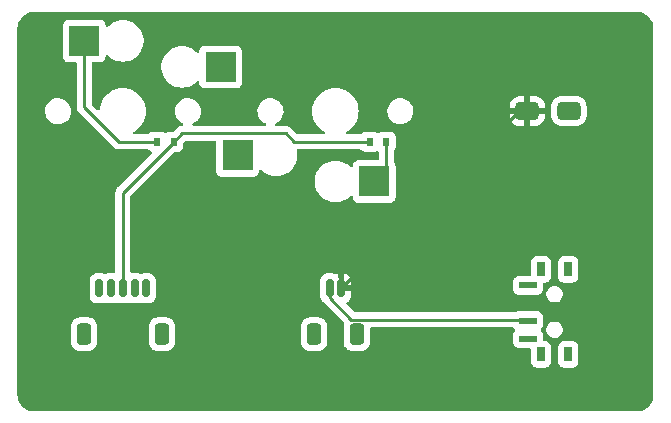
<source format=gbr>
%TF.GenerationSoftware,KiCad,Pcbnew,(7.0.0-0)*%
%TF.CreationDate,2023-02-20T17:02:08+08:00*%
%TF.ProjectId,test,74657374-2e6b-4696-9361-645f70636258,v1.0.0*%
%TF.SameCoordinates,Original*%
%TF.FileFunction,Copper,L2,Bot*%
%TF.FilePolarity,Positive*%
%FSLAX46Y46*%
G04 Gerber Fmt 4.6, Leading zero omitted, Abs format (unit mm)*
G04 Created by KiCad (PCBNEW (7.0.0-0)) date 2023-02-20 17:02:08*
%MOMM*%
%LPD*%
G01*
G04 APERTURE LIST*
G04 Aperture macros list*
%AMRoundRect*
0 Rectangle with rounded corners*
0 $1 Rounding radius*
0 $2 $3 $4 $5 $6 $7 $8 $9 X,Y pos of 4 corners*
0 Add a 4 corners polygon primitive as box body*
4,1,4,$2,$3,$4,$5,$6,$7,$8,$9,$2,$3,0*
0 Add four circle primitives for the rounded corners*
1,1,$1+$1,$2,$3*
1,1,$1+$1,$4,$5*
1,1,$1+$1,$6,$7*
1,1,$1+$1,$8,$9*
0 Add four rect primitives between the rounded corners*
20,1,$1+$1,$2,$3,$4,$5,0*
20,1,$1+$1,$4,$5,$6,$7,0*
20,1,$1+$1,$6,$7,$8,$9,0*
20,1,$1+$1,$8,$9,$2,$3,0*%
G04 Aperture macros list end*
%TA.AperFunction,SMDPad,CuDef*%
%ADD10R,2.600000X2.600000*%
%TD*%
%TA.AperFunction,ComponentPad*%
%ADD11C,0.600000*%
%TD*%
%TA.AperFunction,SMDPad,CuDef*%
%ADD12R,0.600000X0.700000*%
%TD*%
%TA.AperFunction,SMDPad,CuDef*%
%ADD13RoundRect,0.150000X0.150000X0.625000X-0.150000X0.625000X-0.150000X-0.625000X0.150000X-0.625000X0*%
%TD*%
%TA.AperFunction,SMDPad,CuDef*%
%ADD14RoundRect,0.250000X0.350000X0.650000X-0.350000X0.650000X-0.350000X-0.650000X0.350000X-0.650000X0*%
%TD*%
%TA.AperFunction,SMDPad,CuDef*%
%ADD15R,1.524000X0.600000*%
%TD*%
%TA.AperFunction,SMDPad,CuDef*%
%ADD16R,0.700000X1.200000*%
%TD*%
%TA.AperFunction,SMDPad,CuDef*%
%ADD17RoundRect,0.381000X-0.619000X-0.381000X0.619000X-0.381000X0.619000X0.381000X-0.619000X0.381000X0*%
%TD*%
%TA.AperFunction,SMDPad,CuDef*%
%ADD18RoundRect,0.378000X-0.622000X-0.378000X0.622000X-0.378000X0.622000X0.378000X-0.622000X0.378000X0*%
%TD*%
%TA.AperFunction,Conductor*%
%ADD19C,0.250000*%
%TD*%
G04 APERTURE END LIST*
D10*
%TO.P,S1,1*%
%TO.N,C0R0D*%
X-3274999Y22949999D03*
%TO.P,S1,2*%
%TO.N,C0*%
X8274999Y20749999D03*
D11*
%TO.P,S1,3*%
%TO.N,C0R0D*%
X-3275000Y22950000D03*
%TO.P,S1,4*%
%TO.N,C0*%
X8275000Y20750000D03*
%TD*%
D12*
%TO.P,D1,1*%
%TO.N,R0*%
X4299999Y14399999D03*
%TO.P,D1,2*%
%TO.N,C0R0D*%
X2899999Y14399999D03*
%TD*%
D10*
%TO.P,S2,1*%
%TO.N,C1R0D*%
X21274999Y11049999D03*
%TO.P,S2,2*%
%TO.N,C1*%
X9724999Y13249999D03*
D11*
%TO.P,S2,3*%
%TO.N,C1R0D*%
X21275000Y11050000D03*
%TO.P,S2,4*%
%TO.N,C1*%
X9725000Y13250000D03*
%TD*%
D12*
%TO.P,D2,1*%
%TO.N,R0*%
X20899999Y14399999D03*
%TO.P,D2,2*%
%TO.N,C1R0D*%
X22299999Y14399999D03*
%TD*%
D13*
%TO.P,JC1,5*%
%TO.N,R2*%
X-2000000Y2000000D03*
%TO.P,JC1,4*%
%TO.N,R1*%
X-1000000Y2000000D03*
%TO.P,JC1,3*%
%TO.N,R0*%
X0Y2000000D03*
%TO.P,JC1,2*%
%TO.N,C6*%
X1000000Y2000000D03*
%TO.P,JC1,1*%
%TO.N,C5*%
X2000000Y2000000D03*
D14*
%TO.P,JC1,MP*%
%TO.N,N/C*%
X3300000Y-1875000D03*
X-3300000Y-1875000D03*
%TD*%
D13*
%TO.P,JB1,2*%
%TO.N,BSLI*%
X17500000Y2000000D03*
%TO.P,JB1,1*%
%TO.N,GND*%
X18500000Y2000000D03*
D14*
%TO.P,JB1,MP*%
%TO.N,N/C*%
X16200000Y-1875000D03*
X19800000Y-1875000D03*
%TD*%
D15*
%TO.P,SS1,1*%
%TO.N,RAW*%
X34299999Y2249999D03*
%TO.P,SS1,2*%
%TO.N,BSLI*%
X34299999Y-749999D03*
%TO.P,SS1,3*%
%TO.N,three*%
X34299999Y-2249999D03*
D16*
%TO.P,SS1,4*%
%TO.N,N/C*%
X35399999Y-3599999D03*
X37699999Y-3599999D03*
X35399999Y3599999D03*
X37699999Y3599999D03*
%TD*%
D17*
%TO.P,SB1,1*%
%TO.N,GND*%
X34250000Y17000000D03*
D18*
%TO.P,SB1,2*%
%TO.N,RST*%
X37750000Y17000000D03*
%TD*%
D19*
%TO.N,C0R0D*%
X-354999Y14400000D02*
X-3275000Y17320001D01*
X2900000Y14400000D02*
X-354999Y14400000D01*
X-3275000Y17320001D02*
X-3275000Y22950000D01*
%TO.N,R0*%
X14501650Y14400000D02*
X13776650Y15125000D01*
X5025000Y15125000D02*
X4300000Y14400000D01*
X13776650Y15125000D02*
X5025000Y15125000D01*
X20900000Y14400000D02*
X14501650Y14400000D01*
X0Y2000000D02*
X0Y10100000D01*
X0Y10100000D02*
X4300000Y14400000D01*
%TO.N,C1R0D*%
X22300000Y14400000D02*
X22300000Y12075000D01*
X22300000Y12075000D02*
X21275000Y11050000D01*
%TO.N,BSLI*%
X17500000Y2000000D02*
X17500000Y1200000D01*
X17500000Y1200000D02*
X19350000Y-650000D01*
X33725000Y-650000D02*
X33825000Y-750000D01*
X19350000Y-650000D02*
X33725000Y-650000D01*
%TO.N,GND*%
X18500000Y2000000D02*
X33500000Y17000000D01*
X34250000Y17000000D02*
X33500000Y17000000D01*
%TD*%
%TA.AperFunction,Conductor*%
%TO.N,GND*%
G36*
X43504854Y25424118D02*
G01*
X43713113Y25407727D01*
X43732331Y25404683D01*
X43930705Y25357058D01*
X43949211Y25351045D01*
X44137694Y25272972D01*
X44155031Y25264139D01*
X44328981Y25157543D01*
X44344722Y25146106D01*
X44499859Y25013606D01*
X44513606Y24999859D01*
X44641029Y24850665D01*
X44646106Y24844722D01*
X44657543Y24828981D01*
X44764139Y24655031D01*
X44772972Y24637694D01*
X44851045Y24449211D01*
X44857058Y24430705D01*
X44904683Y24232331D01*
X44907727Y24213113D01*
X44924118Y24004854D01*
X44924500Y23995125D01*
X44924500Y-6995125D01*
X44924118Y-7004854D01*
X44907727Y-7213113D01*
X44904683Y-7232331D01*
X44857058Y-7430705D01*
X44851045Y-7449211D01*
X44772972Y-7637694D01*
X44764139Y-7655031D01*
X44657543Y-7828981D01*
X44646105Y-7844722D01*
X44513606Y-7999859D01*
X44499859Y-8013606D01*
X44350665Y-8141029D01*
X44344722Y-8146106D01*
X44328981Y-8157543D01*
X44155031Y-8264139D01*
X44137694Y-8272972D01*
X43949211Y-8351045D01*
X43930705Y-8357058D01*
X43732331Y-8404683D01*
X43713113Y-8407727D01*
X43504854Y-8424118D01*
X43495125Y-8424500D01*
X-7495125Y-8424500D01*
X-7504854Y-8424118D01*
X-7713113Y-8407727D01*
X-7732331Y-8404683D01*
X-7930705Y-8357058D01*
X-7949211Y-8351045D01*
X-8137694Y-8272972D01*
X-8155031Y-8264138D01*
X-8328977Y-8157543D01*
X-8344719Y-8146106D01*
X-8499852Y-8013610D01*
X-8513610Y-7999852D01*
X-8646106Y-7844719D01*
X-8657543Y-7828977D01*
X-8764138Y-7655031D01*
X-8772972Y-7637694D01*
X-8851045Y-7449211D01*
X-8857058Y-7430705D01*
X-8904683Y-7232331D01*
X-8907727Y-7213113D01*
X-8924118Y-7004854D01*
X-8924500Y-6995125D01*
X-8924500Y-1174455D01*
X-4408500Y-1174455D01*
X-4408499Y-2575544D01*
X-4397887Y-2679426D01*
X-4342115Y-2847738D01*
X-4249030Y-2998652D01*
X-4123652Y-3124030D01*
X-3972738Y-3217115D01*
X-3804426Y-3272887D01*
X-3700545Y-3283500D01*
X-2899456Y-3283499D01*
X-2795574Y-3272887D01*
X-2627262Y-3217115D01*
X-2621114Y-3213323D01*
X-2621112Y-3213322D01*
X-2575419Y-3185137D01*
X-2476348Y-3124030D01*
X-2350970Y-2998652D01*
X-2318992Y-2946809D01*
X-2261677Y-2853887D01*
X-2261674Y-2853881D01*
X-2257885Y-2847738D01*
X-2255612Y-2840880D01*
X-2255611Y-2840877D01*
X-2204241Y-2685850D01*
X-2204239Y-2685844D01*
X-2202113Y-2679426D01*
X-2201424Y-2672686D01*
X-2191819Y-2578674D01*
X-2191818Y-2578660D01*
X-2191500Y-2575545D01*
X-2191500Y-2572414D01*
X2191500Y-2572414D01*
X2191501Y-2575544D01*
X2191819Y-2578657D01*
X2191820Y-2578676D01*
X2201424Y-2672686D01*
X2202113Y-2679426D01*
X2204244Y-2685857D01*
X2255611Y-2840877D01*
X2255612Y-2840880D01*
X2257885Y-2847738D01*
X2261674Y-2853881D01*
X2261677Y-2853887D01*
X2318992Y-2946809D01*
X2350970Y-2998652D01*
X2476348Y-3124030D01*
X2575419Y-3185137D01*
X2621112Y-3213322D01*
X2621114Y-3213323D01*
X2627262Y-3217115D01*
X2795574Y-3272887D01*
X2899455Y-3283500D01*
X3700544Y-3283499D01*
X3804426Y-3272887D01*
X3972738Y-3217115D01*
X4123652Y-3124030D01*
X4249030Y-2998652D01*
X4342115Y-2847738D01*
X4397887Y-2679426D01*
X4408500Y-2575545D01*
X4408500Y-2572414D01*
X15091500Y-2572414D01*
X15091501Y-2575544D01*
X15091819Y-2578657D01*
X15091820Y-2578676D01*
X15101424Y-2672686D01*
X15102113Y-2679426D01*
X15104244Y-2685857D01*
X15155611Y-2840877D01*
X15155612Y-2840880D01*
X15157885Y-2847738D01*
X15161674Y-2853881D01*
X15161677Y-2853887D01*
X15218992Y-2946809D01*
X15250970Y-2998652D01*
X15376348Y-3124030D01*
X15475419Y-3185137D01*
X15521112Y-3213322D01*
X15521114Y-3213323D01*
X15527262Y-3217115D01*
X15695574Y-3272887D01*
X15799455Y-3283500D01*
X16600544Y-3283499D01*
X16704426Y-3272887D01*
X16872738Y-3217115D01*
X17023652Y-3124030D01*
X17149030Y-2998652D01*
X17242115Y-2847738D01*
X17297887Y-2679426D01*
X17308500Y-2575545D01*
X17308499Y-1174456D01*
X17307682Y-1166463D01*
X17306153Y-1151494D01*
X17297887Y-1070574D01*
X17242115Y-902262D01*
X17232628Y-886882D01*
X17189845Y-817520D01*
X17149030Y-751348D01*
X17023652Y-625970D01*
X16971809Y-593992D01*
X16878887Y-536677D01*
X16878881Y-536674D01*
X16872738Y-532885D01*
X16865880Y-530612D01*
X16865877Y-530611D01*
X16710850Y-479241D01*
X16710844Y-479239D01*
X16704426Y-477113D01*
X16697696Y-476425D01*
X16697694Y-476425D01*
X16603674Y-466819D01*
X16603660Y-466818D01*
X16600545Y-466500D01*
X16597397Y-466500D01*
X15802604Y-466500D01*
X15802584Y-466500D01*
X15799456Y-466501D01*
X15796343Y-466818D01*
X15796323Y-466820D01*
X15702313Y-476424D01*
X15702307Y-476425D01*
X15695574Y-477113D01*
X15689144Y-479243D01*
X15689142Y-479244D01*
X15534122Y-530611D01*
X15534115Y-530613D01*
X15527262Y-532885D01*
X15521121Y-536672D01*
X15521112Y-536677D01*
X15382497Y-622177D01*
X15376348Y-625970D01*
X15371240Y-631077D01*
X15371236Y-631081D01*
X15256081Y-746236D01*
X15256077Y-746240D01*
X15250970Y-751348D01*
X15247178Y-757495D01*
X15247177Y-757497D01*
X15161677Y-896112D01*
X15161672Y-896121D01*
X15157885Y-902262D01*
X15155613Y-909115D01*
X15155611Y-909122D01*
X15104241Y-1064149D01*
X15104241Y-1064151D01*
X15102113Y-1070574D01*
X15101425Y-1077302D01*
X15101425Y-1077305D01*
X15091819Y-1171325D01*
X15091818Y-1171340D01*
X15091500Y-1174455D01*
X15091500Y-1177601D01*
X15091500Y-1177602D01*
X15091500Y-2572395D01*
X15091500Y-2572414D01*
X4408500Y-2572414D01*
X4408499Y-1174456D01*
X4407682Y-1166463D01*
X4406153Y-1151494D01*
X4397887Y-1070574D01*
X4342115Y-902262D01*
X4332628Y-886882D01*
X4289845Y-817520D01*
X4249030Y-751348D01*
X4123652Y-625970D01*
X4071809Y-593992D01*
X3978887Y-536677D01*
X3978881Y-536674D01*
X3972738Y-532885D01*
X3965880Y-530612D01*
X3965877Y-530611D01*
X3810850Y-479241D01*
X3810844Y-479239D01*
X3804426Y-477113D01*
X3797696Y-476425D01*
X3797694Y-476425D01*
X3703674Y-466819D01*
X3703660Y-466818D01*
X3700545Y-466500D01*
X3697397Y-466500D01*
X2902604Y-466500D01*
X2902584Y-466500D01*
X2899456Y-466501D01*
X2896343Y-466818D01*
X2896323Y-466820D01*
X2802313Y-476424D01*
X2802307Y-476425D01*
X2795574Y-477113D01*
X2789144Y-479243D01*
X2789142Y-479244D01*
X2634122Y-530611D01*
X2634115Y-530613D01*
X2627262Y-532885D01*
X2621121Y-536672D01*
X2621112Y-536677D01*
X2482497Y-622177D01*
X2476348Y-625970D01*
X2471240Y-631077D01*
X2471236Y-631081D01*
X2356081Y-746236D01*
X2356077Y-746240D01*
X2350970Y-751348D01*
X2347178Y-757495D01*
X2347177Y-757497D01*
X2261677Y-896112D01*
X2261672Y-896121D01*
X2257885Y-902262D01*
X2255613Y-909115D01*
X2255611Y-909122D01*
X2204241Y-1064149D01*
X2204241Y-1064151D01*
X2202113Y-1070574D01*
X2201425Y-1077302D01*
X2201425Y-1077305D01*
X2191819Y-1171325D01*
X2191818Y-1171340D01*
X2191500Y-1174455D01*
X2191500Y-1177601D01*
X2191500Y-1177602D01*
X2191500Y-2572395D01*
X2191500Y-2572414D01*
X-2191500Y-2572414D01*
X-2191500Y-1894208D01*
X-2191500Y-1177604D01*
X-2191500Y-1177584D01*
X-2191501Y-1174456D01*
X-2191818Y-1171343D01*
X-2191820Y-1171323D01*
X-2201424Y-1077313D01*
X-2201425Y-1077307D01*
X-2202113Y-1070574D01*
X-2204244Y-1064142D01*
X-2255611Y-909122D01*
X-2255613Y-909115D01*
X-2257885Y-902262D01*
X-2261672Y-896121D01*
X-2261677Y-896112D01*
X-2347177Y-757497D01*
X-2347178Y-757495D01*
X-2350970Y-751348D01*
X-2356077Y-746240D01*
X-2356081Y-746236D01*
X-2471236Y-631081D01*
X-2471240Y-631077D01*
X-2476348Y-625970D01*
X-2482497Y-622177D01*
X-2621112Y-536677D01*
X-2621121Y-536672D01*
X-2627262Y-532885D01*
X-2634115Y-530613D01*
X-2634122Y-530611D01*
X-2789149Y-479241D01*
X-2789157Y-479239D01*
X-2795574Y-477113D01*
X-2802302Y-476425D01*
X-2802305Y-476425D01*
X-2896325Y-466819D01*
X-2896340Y-466818D01*
X-2899455Y-466500D01*
X-2902601Y-466500D01*
X-2902602Y-466500D01*
X-3697395Y-466500D01*
X-3697414Y-466500D01*
X-3700544Y-466501D01*
X-3703657Y-466819D01*
X-3703676Y-466820D01*
X-3797686Y-476424D01*
X-3797690Y-476424D01*
X-3804426Y-477113D01*
X-3810857Y-479244D01*
X-3965877Y-530611D01*
X-3965880Y-530612D01*
X-3972738Y-532885D01*
X-3978881Y-536674D01*
X-3978887Y-536677D01*
X-4071809Y-593992D01*
X-4123652Y-625970D01*
X-4249030Y-751348D01*
X-4289845Y-817520D01*
X-4332628Y-886882D01*
X-4342115Y-902262D01*
X-4397887Y-1070574D01*
X-4408500Y-1174455D01*
X-8924500Y-1174455D01*
X-8924500Y17052645D01*
X-6605157Y17052645D01*
X-6595148Y16842541D01*
X-6545558Y16638129D01*
X-6543102Y16632751D01*
X-6498580Y16535260D01*
X-6458179Y16446795D01*
X-6336169Y16275456D01*
X-6183937Y16130303D01*
X-6006986Y16016584D01*
X-5811712Y15938407D01*
X-5805908Y15937288D01*
X-5805907Y15937288D01*
X-5610968Y15899717D01*
X-5610965Y15899716D01*
X-5605171Y15898600D01*
X-5450486Y15898600D01*
X-5447532Y15898600D01*
X-5444603Y15898879D01*
X-5444596Y15898880D01*
X-5296491Y15913022D01*
X-5296485Y15913023D01*
X-5290611Y15913584D01*
X-5284943Y15915248D01*
X-5284939Y15915249D01*
X-5094454Y15971180D01*
X-5094448Y15971182D01*
X-5088789Y15972844D01*
X-5083544Y15975547D01*
X-5083539Y15975550D01*
X-4907079Y16066522D01*
X-4907071Y16066526D01*
X-4901830Y16069229D01*
X-4897187Y16072880D01*
X-4741135Y16195599D01*
X-4741128Y16195605D01*
X-4736490Y16199253D01*
X-4732626Y16203711D01*
X-4732621Y16203717D01*
X-4602611Y16353756D01*
X-4602605Y16353763D01*
X-4598745Y16358219D01*
X-4548652Y16444982D01*
X-4496530Y16535260D01*
X-4496527Y16535264D01*
X-4493574Y16540381D01*
X-4491643Y16545960D01*
X-4491639Y16545969D01*
X-4426709Y16733572D01*
X-4426706Y16733581D01*
X-4424778Y16739154D01*
X-4423938Y16744990D01*
X-4423937Y16744998D01*
X-4401404Y16901717D01*
X-4394843Y16947355D01*
X-4395123Y16953239D01*
X-4395123Y16953246D01*
X-4404571Y17151561D01*
X-4404852Y17157459D01*
X-4428516Y17255001D01*
X-4453049Y17356130D01*
X-4453049Y17356132D01*
X-4454442Y17361871D01*
X-4456895Y17367242D01*
X-4456897Y17367248D01*
X-4539363Y17547824D01*
X-4539365Y17547828D01*
X-4541821Y17553205D01*
X-4565399Y17586315D01*
X-4660400Y17719726D01*
X-4663831Y17724544D01*
X-4816063Y17869697D01*
X-4993014Y17983416D01*
X-5188288Y18061593D01*
X-5394829Y18101400D01*
X-5552468Y18101400D01*
X-5709389Y18086416D01*
X-5911211Y18027156D01*
X-6098170Y17930771D01*
X-6263510Y17800747D01*
X-6401255Y17641781D01*
X-6506426Y17459619D01*
X-6575222Y17260846D01*
X-6605157Y17052645D01*
X-8924500Y17052645D01*
X-8924500Y21601362D01*
X-5083500Y21601362D01*
X-5076989Y21540799D01*
X-5025889Y21403796D01*
X-4938261Y21286739D01*
X-4931164Y21281426D01*
X-4919347Y21272580D01*
X-4821204Y21199111D01*
X-4812896Y21196012D01*
X-4812894Y21196011D01*
X-4691463Y21150719D01*
X-4691458Y21150717D01*
X-4684201Y21148011D01*
X-4676497Y21147182D01*
X-4676494Y21147182D01*
X-4626924Y21141853D01*
X-4626918Y21141852D01*
X-4623638Y21141500D01*
X-4032500Y21141500D01*
X-3970500Y21124887D01*
X-3925113Y21079500D01*
X-3908500Y21017500D01*
X-3908500Y17398847D01*
X-3909031Y17387563D01*
X-3910702Y17380092D01*
X-3908561Y17311984D01*
X-3908500Y17308088D01*
X-3908500Y17280145D01*
X-3907982Y17276050D01*
X-3907064Y17264393D01*
X-3905673Y17220112D01*
X-3901551Y17205927D01*
X-3899979Y17200513D01*
X-3896032Y17181456D01*
X-3893474Y17161204D01*
X-3877159Y17119999D01*
X-3873379Y17108956D01*
X-3861018Y17066408D01*
X-3850619Y17048825D01*
X-3842070Y17031372D01*
X-3834552Y17012384D01*
X-3808503Y16976531D01*
X-3802098Y16966780D01*
X-3779542Y16928639D01*
X-3774024Y16923121D01*
X-3765107Y16914204D01*
X-3752470Y16899408D01*
X-3740472Y16882894D01*
X-3734460Y16877921D01*
X-3734457Y16877917D01*
X-3706325Y16854644D01*
X-3697685Y16846782D01*
X-858694Y14007790D01*
X-851102Y13999448D01*
X-846999Y13992982D01*
X-797315Y13946326D01*
X-794549Y13943645D01*
X-774769Y13923865D01*
X-771688Y13921474D01*
X-771686Y13921473D01*
X-771485Y13921317D01*
X-762623Y13913746D01*
X-736008Y13888754D01*
X-736002Y13888749D01*
X-730320Y13883414D01*
X-723487Y13879658D01*
X-723481Y13879653D01*
X-712428Y13873576D01*
X-696173Y13862899D01*
X-686208Y13855170D01*
X-686205Y13855168D01*
X-680040Y13850386D01*
X-672878Y13847287D01*
X-639375Y13832789D01*
X-628884Y13827649D01*
X-590059Y13806305D01*
X-582503Y13804365D01*
X-570285Y13801228D01*
X-551880Y13794926D01*
X-540308Y13789918D01*
X-540300Y13789915D01*
X-533144Y13786819D01*
X-525439Y13785598D01*
X-525437Y13785598D01*
X-489380Y13779887D01*
X-477954Y13777521D01*
X-435029Y13766500D01*
X-414614Y13766500D01*
X-395216Y13764973D01*
X-375056Y13761780D01*
X-367290Y13762514D01*
X-367287Y13762514D01*
X-330941Y13765950D01*
X-319272Y13766500D01*
X2114961Y13766500D01*
X2170465Y13753384D01*
X2214226Y13716812D01*
X2236739Y13686739D01*
X2243835Y13681426D01*
X2243836Y13681426D01*
X2346695Y13604426D01*
X2346698Y13604423D01*
X2353796Y13599111D01*
X2362104Y13596012D01*
X2369890Y13591761D01*
X2368494Y13589205D01*
X2405111Y13563733D01*
X2432516Y13508898D01*
X2430304Y13447637D01*
X2399018Y13394923D01*
X-392217Y10603686D01*
X-400552Y10596102D01*
X-407018Y10592000D01*
X-453691Y10542296D01*
X-456308Y10539595D01*
X-476135Y10519770D01*
X-478658Y10516517D01*
X-486251Y10507624D01*
X-516586Y10475321D01*
X-526423Y10457425D01*
X-537096Y10441177D01*
X-549614Y10425041D01*
X-567215Y10384364D01*
X-572348Y10373887D01*
X-593695Y10335060D01*
X-598774Y10315273D01*
X-605070Y10296885D01*
X-613181Y10278145D01*
X-620111Y10234385D01*
X-622481Y10222942D01*
X-633500Y10180030D01*
X-633500Y10172229D01*
X-633500Y10159615D01*
X-635027Y10140217D01*
X-638220Y10120057D01*
X-635709Y10093492D01*
X-634050Y10075942D01*
X-633500Y10064273D01*
X-633500Y3405838D01*
X-651772Y3341049D01*
X-701203Y3295354D01*
X-767226Y3282220D01*
X-781055Y3283308D01*
X-781062Y3283308D01*
X-783498Y3283500D01*
X-1216502Y3283500D01*
X-1253831Y3280562D01*
X-1413601Y3234145D01*
X-1436876Y3220379D01*
X-1500000Y3203110D01*
X-1563123Y3220379D01*
X-1586399Y3234145D01*
X-1746169Y3280562D01*
X-1783498Y3283500D01*
X-2216502Y3283500D01*
X-2253831Y3280562D01*
X-2413601Y3234145D01*
X-2556807Y3149453D01*
X-2674453Y3031807D01*
X-2759145Y2888601D01*
X-2805562Y2728831D01*
X-2808500Y2691502D01*
X-2808500Y1308498D01*
X-2805562Y1271169D01*
X-2759145Y1111399D01*
X-2674453Y968193D01*
X-2556807Y850547D01*
X-2550089Y846574D01*
X-2420318Y769827D01*
X-2420315Y769825D01*
X-2413601Y765855D01*
X-2406108Y763678D01*
X-2295600Y731572D01*
X-2253831Y719438D01*
X-2247521Y718941D01*
X-2247514Y718940D01*
X-2218936Y716691D01*
X-2218921Y716690D01*
X-2216502Y716500D01*
X-1785943Y716500D01*
X-1783498Y716500D01*
X-1781079Y716690D01*
X-1781063Y716691D01*
X-1752485Y718940D01*
X-1752476Y718941D01*
X-1746169Y719438D01*
X-1740088Y721204D01*
X-1740086Y721205D01*
X-1593888Y763679D01*
X-1593886Y763679D01*
X-1586399Y765855D01*
X-1579686Y769824D01*
X-1579681Y769827D01*
X-1563117Y779623D01*
X-1499999Y796889D01*
X-1436881Y779622D01*
X-1420321Y769828D01*
X-1420313Y769824D01*
X-1413601Y765855D01*
X-1406108Y763678D01*
X-1295600Y731572D01*
X-1253831Y719438D01*
X-1247521Y718941D01*
X-1247514Y718940D01*
X-1218936Y716691D01*
X-1218921Y716690D01*
X-1216502Y716500D01*
X-785943Y716500D01*
X-783498Y716500D01*
X-781079Y716690D01*
X-781063Y716691D01*
X-752485Y718940D01*
X-752476Y718941D01*
X-746169Y719438D01*
X-740088Y721204D01*
X-740086Y721205D01*
X-593891Y763678D01*
X-593888Y763679D01*
X-586399Y765855D01*
X-579689Y769823D01*
X-579678Y769828D01*
X-563119Y779622D01*
X-500000Y796889D01*
X-436881Y779622D01*
X-420321Y769828D01*
X-420313Y769824D01*
X-413601Y765855D01*
X-406108Y763678D01*
X-295600Y731572D01*
X-253831Y719438D01*
X-247521Y718941D01*
X-247514Y718940D01*
X-218936Y716691D01*
X-218921Y716690D01*
X-216502Y716500D01*
X214057Y716500D01*
X216502Y716500D01*
X218921Y716690D01*
X218936Y716691D01*
X247514Y718940D01*
X247521Y718941D01*
X253831Y719438D01*
X295600Y731572D01*
X406108Y763678D01*
X413601Y765855D01*
X420313Y769824D01*
X420321Y769828D01*
X436881Y779622D01*
X500000Y796889D01*
X563119Y779622D01*
X579678Y769828D01*
X579689Y769823D01*
X586399Y765855D01*
X593888Y763679D01*
X593891Y763678D01*
X740086Y721205D01*
X740088Y721204D01*
X746169Y719438D01*
X752476Y718941D01*
X752485Y718940D01*
X781063Y716691D01*
X781079Y716690D01*
X783498Y716500D01*
X1214057Y716500D01*
X1216502Y716500D01*
X1218921Y716690D01*
X1218936Y716691D01*
X1247514Y718940D01*
X1247521Y718941D01*
X1253831Y719438D01*
X1295600Y731572D01*
X1406108Y763678D01*
X1413601Y765855D01*
X1420313Y769824D01*
X1420321Y769828D01*
X1436881Y779622D01*
X1500000Y796889D01*
X1563119Y779622D01*
X1579678Y769828D01*
X1579689Y769823D01*
X1586399Y765855D01*
X1593888Y763679D01*
X1593891Y763678D01*
X1740086Y721205D01*
X1740088Y721204D01*
X1746169Y719438D01*
X1752476Y718941D01*
X1752485Y718940D01*
X1781063Y716691D01*
X1781079Y716690D01*
X1783498Y716500D01*
X2214057Y716500D01*
X2216502Y716500D01*
X2218921Y716690D01*
X2218936Y716691D01*
X2247514Y718940D01*
X2247521Y718941D01*
X2253831Y719438D01*
X2295600Y731572D01*
X2406108Y763678D01*
X2413601Y765855D01*
X2420315Y769825D01*
X2420318Y769827D01*
X2550089Y846574D01*
X2556807Y850547D01*
X2674453Y968193D01*
X2759145Y1111399D01*
X2805562Y1271169D01*
X2808500Y1308498D01*
X16691500Y1308498D01*
X16691690Y1306079D01*
X16691691Y1306063D01*
X16693940Y1277485D01*
X16693941Y1277476D01*
X16694438Y1271169D01*
X16696204Y1265088D01*
X16696205Y1265086D01*
X16737689Y1122294D01*
X16740855Y1111399D01*
X16744824Y1104687D01*
X16744827Y1104681D01*
X16821574Y974910D01*
X16821576Y974906D01*
X16825547Y968193D01*
X16831061Y962678D01*
X16831065Y962674D01*
X16937672Y856067D01*
X16937675Y856065D01*
X16943193Y850547D01*
X16949908Y846575D01*
X16949914Y846571D01*
X16961625Y839645D01*
X16994000Y811103D01*
X16995458Y808638D01*
X17000966Y803128D01*
X17000973Y803121D01*
X17009897Y794197D01*
X17022523Y779414D01*
X17029940Y769206D01*
X17029944Y769200D01*
X17034528Y762893D01*
X17040530Y757926D01*
X17040542Y757915D01*
X17068673Y734643D01*
X17077311Y726783D01*
X18690977Y-886882D01*
X18723953Y-945965D01*
X18721003Y-1013564D01*
X18704244Y-1064142D01*
X18702113Y-1070574D01*
X18701425Y-1077302D01*
X18701425Y-1077305D01*
X18691819Y-1171325D01*
X18691818Y-1171340D01*
X18691500Y-1174455D01*
X18691500Y-1177601D01*
X18691500Y-1177602D01*
X18691500Y-2572395D01*
X18691500Y-2572414D01*
X18691501Y-2575544D01*
X18691819Y-2578657D01*
X18691820Y-2578676D01*
X18701424Y-2672686D01*
X18702113Y-2679426D01*
X18704244Y-2685857D01*
X18755611Y-2840877D01*
X18755612Y-2840880D01*
X18757885Y-2847738D01*
X18761674Y-2853881D01*
X18761677Y-2853887D01*
X18818992Y-2946809D01*
X18850970Y-2998652D01*
X18976348Y-3124030D01*
X19075419Y-3185137D01*
X19121112Y-3213322D01*
X19121114Y-3213323D01*
X19127262Y-3217115D01*
X19295574Y-3272887D01*
X19399455Y-3283500D01*
X20200544Y-3283499D01*
X20304426Y-3272887D01*
X20472738Y-3217115D01*
X20623652Y-3124030D01*
X20749030Y-2998652D01*
X20842115Y-2847738D01*
X20897887Y-2679426D01*
X20908500Y-2575545D01*
X20908499Y-1407499D01*
X20925112Y-1345500D01*
X20970499Y-1300113D01*
X21032499Y-1283500D01*
X33015531Y-1283500D01*
X33071036Y-1296616D01*
X33114798Y-1333190D01*
X33169424Y-1406162D01*
X33169426Y-1406164D01*
X33174739Y-1413261D01*
X33177179Y-1415088D01*
X33207675Y-1467906D01*
X33207675Y-1532094D01*
X33177179Y-1584911D01*
X33174739Y-1586739D01*
X33169429Y-1593831D01*
X33169426Y-1593835D01*
X33092426Y-1696695D01*
X33092423Y-1696698D01*
X33087111Y-1703796D01*
X33084013Y-1712099D01*
X33084011Y-1712105D01*
X33038719Y-1833536D01*
X33038717Y-1833543D01*
X33036011Y-1840799D01*
X33035182Y-1848500D01*
X33035182Y-1848505D01*
X33030269Y-1894208D01*
X33029500Y-1901362D01*
X33029500Y-2598638D01*
X33036011Y-2659201D01*
X33038717Y-2666458D01*
X33038719Y-2666463D01*
X33084011Y-2787894D01*
X33087111Y-2796204D01*
X33174739Y-2913261D01*
X33291796Y-3000889D01*
X33428799Y-3051989D01*
X33489362Y-3058500D01*
X34417500Y-3058500D01*
X34479500Y-3075113D01*
X34524887Y-3120500D01*
X34541500Y-3182500D01*
X34541500Y-4248638D01*
X34548011Y-4309201D01*
X34550717Y-4316458D01*
X34550719Y-4316463D01*
X34596011Y-4437894D01*
X34599111Y-4446204D01*
X34686739Y-4563261D01*
X34803796Y-4650889D01*
X34940799Y-4701989D01*
X35001362Y-4708500D01*
X35795328Y-4708500D01*
X35798638Y-4708500D01*
X35859201Y-4701989D01*
X35996204Y-4650889D01*
X36113261Y-4563261D01*
X36200889Y-4446204D01*
X36251989Y-4309201D01*
X36258500Y-4248638D01*
X36841500Y-4248638D01*
X36848011Y-4309201D01*
X36850717Y-4316458D01*
X36850719Y-4316463D01*
X36896011Y-4437894D01*
X36899111Y-4446204D01*
X36986739Y-4563261D01*
X37103796Y-4650889D01*
X37240799Y-4701989D01*
X37301362Y-4708500D01*
X38095328Y-4708500D01*
X38098638Y-4708500D01*
X38159201Y-4701989D01*
X38296204Y-4650889D01*
X38413261Y-4563261D01*
X38500889Y-4446204D01*
X38551989Y-4309201D01*
X38558500Y-4248638D01*
X38558500Y-2951362D01*
X38551989Y-2890799D01*
X38500889Y-2753796D01*
X38413261Y-2636739D01*
X38335695Y-2578674D01*
X38303304Y-2554426D01*
X38303303Y-2554425D01*
X38296204Y-2549111D01*
X38287896Y-2546012D01*
X38287894Y-2546011D01*
X38166463Y-2500719D01*
X38166458Y-2500717D01*
X38159201Y-2498011D01*
X38151497Y-2497182D01*
X38151494Y-2497182D01*
X38101924Y-2491853D01*
X38101918Y-2491852D01*
X38098638Y-2491500D01*
X37301362Y-2491500D01*
X37298082Y-2491852D01*
X37298075Y-2491853D01*
X37248505Y-2497182D01*
X37248500Y-2497182D01*
X37240799Y-2498011D01*
X37233543Y-2500717D01*
X37233536Y-2500719D01*
X37112105Y-2546011D01*
X37112099Y-2546013D01*
X37103796Y-2549111D01*
X37096698Y-2554423D01*
X37096695Y-2554426D01*
X36993835Y-2631426D01*
X36993831Y-2631429D01*
X36986739Y-2636739D01*
X36981429Y-2643831D01*
X36981426Y-2643835D01*
X36904426Y-2746695D01*
X36904423Y-2746698D01*
X36899111Y-2753796D01*
X36896013Y-2762099D01*
X36896011Y-2762105D01*
X36850719Y-2883536D01*
X36850717Y-2883543D01*
X36848011Y-2890799D01*
X36847182Y-2898500D01*
X36847182Y-2898505D01*
X36846359Y-2906164D01*
X36841500Y-2951362D01*
X36841500Y-4248638D01*
X36258500Y-4248638D01*
X36258500Y-2951362D01*
X36251989Y-2890799D01*
X36200889Y-2753796D01*
X36113261Y-2636739D01*
X36035695Y-2578674D01*
X36003304Y-2554426D01*
X36003303Y-2554425D01*
X35996204Y-2549111D01*
X35987896Y-2546012D01*
X35987894Y-2546011D01*
X35866463Y-2500719D01*
X35866458Y-2500717D01*
X35859201Y-2498011D01*
X35851497Y-2497182D01*
X35851494Y-2497182D01*
X35801924Y-2491853D01*
X35801918Y-2491852D01*
X35798638Y-2491500D01*
X35795328Y-2491500D01*
X35694500Y-2491500D01*
X35632500Y-2474887D01*
X35587113Y-2429500D01*
X35570500Y-2367500D01*
X35570500Y-1904672D01*
X35570500Y-1901362D01*
X35563989Y-1840799D01*
X35512889Y-1703796D01*
X35425261Y-1586739D01*
X35423013Y-1585056D01*
X35849500Y-1585056D01*
X35851293Y-1592332D01*
X35851294Y-1592337D01*
X35877016Y-1696695D01*
X35890210Y-1750225D01*
X35893693Y-1756862D01*
X35893695Y-1756866D01*
X35933935Y-1833536D01*
X35969266Y-1900852D01*
X36082071Y-2028183D01*
X36222070Y-2124818D01*
X36381128Y-2185140D01*
X36507628Y-2200500D01*
X36588623Y-2200500D01*
X36592372Y-2200500D01*
X36718872Y-2185140D01*
X36877930Y-2124818D01*
X37017929Y-2028183D01*
X37130734Y-1900852D01*
X37209790Y-1750225D01*
X37250500Y-1585056D01*
X37250500Y-1414944D01*
X37209790Y-1249775D01*
X37130734Y-1099148D01*
X37017929Y-971817D01*
X37011760Y-967558D01*
X37011758Y-967557D01*
X36884106Y-879445D01*
X36884105Y-879444D01*
X36877930Y-875182D01*
X36870915Y-872521D01*
X36870912Y-872520D01*
X36725888Y-817520D01*
X36725882Y-817518D01*
X36718872Y-814860D01*
X36711427Y-813956D01*
X36711423Y-813955D01*
X36596092Y-799951D01*
X36596080Y-799950D01*
X36592372Y-799500D01*
X36507628Y-799500D01*
X36503920Y-799950D01*
X36503907Y-799951D01*
X36388576Y-813955D01*
X36388570Y-813956D01*
X36381128Y-814860D01*
X36374119Y-817517D01*
X36374111Y-817520D01*
X36229087Y-872520D01*
X36229081Y-872523D01*
X36222070Y-875182D01*
X36215897Y-879442D01*
X36215893Y-879445D01*
X36088241Y-967557D01*
X36088235Y-967562D01*
X36082071Y-971817D01*
X36077099Y-977428D01*
X36077098Y-977430D01*
X35974241Y-1093531D01*
X35974236Y-1093537D01*
X35969266Y-1099148D01*
X35965780Y-1105788D01*
X35965779Y-1105791D01*
X35893695Y-1243133D01*
X35893692Y-1243140D01*
X35890210Y-1249775D01*
X35888416Y-1257050D01*
X35888415Y-1257055D01*
X35851294Y-1407662D01*
X35851293Y-1407668D01*
X35849500Y-1414944D01*
X35849500Y-1585056D01*
X35423013Y-1585056D01*
X35422819Y-1584911D01*
X35392323Y-1532089D01*
X35392326Y-1467899D01*
X35422822Y-1415086D01*
X35425261Y-1413261D01*
X35512889Y-1296204D01*
X35563989Y-1159201D01*
X35570500Y-1098638D01*
X35570500Y-401362D01*
X35563989Y-340799D01*
X35512889Y-203796D01*
X35425261Y-86739D01*
X35308204Y889D01*
X35171201Y51989D01*
X35110638Y58500D01*
X33489362Y58500D01*
X33428799Y51989D01*
X33291796Y889D01*
X33288036Y-1924D01*
X33230935Y-16500D01*
X19663766Y-16500D01*
X19616313Y-7061D01*
X19576085Y19819D01*
X19537404Y58500D01*
X18967924Y627978D01*
X18938295Y675487D01*
X18932588Y731194D01*
X18951970Y783732D01*
X18992489Y822385D01*
X19044839Y853344D01*
X19057074Y862835D01*
X19162164Y967925D01*
X19171655Y980161D01*
X19247310Y1108087D01*
X19253458Y1122294D01*
X19295331Y1266420D01*
X19297597Y1278826D01*
X19299808Y1306923D01*
X19300000Y1311803D01*
X19300000Y1414944D01*
X35849500Y1414944D01*
X35851293Y1407668D01*
X35851294Y1407662D01*
X35888415Y1257055D01*
X35888416Y1257050D01*
X35890210Y1249775D01*
X35893692Y1243140D01*
X35893695Y1243133D01*
X35962836Y1111399D01*
X35969266Y1099148D01*
X35974236Y1093537D01*
X35974241Y1093531D01*
X36074679Y980161D01*
X36082071Y971817D01*
X36088235Y967562D01*
X36088241Y967557D01*
X36215893Y879445D01*
X36215897Y879442D01*
X36222070Y875182D01*
X36229081Y872523D01*
X36229087Y872520D01*
X36374111Y817520D01*
X36374119Y817517D01*
X36381128Y814860D01*
X36388570Y813956D01*
X36388576Y813955D01*
X36503907Y799951D01*
X36503920Y799950D01*
X36507628Y799500D01*
X36588623Y799500D01*
X36592372Y799500D01*
X36596080Y799950D01*
X36596092Y799951D01*
X36711423Y813955D01*
X36711427Y813956D01*
X36718872Y814860D01*
X36725882Y817518D01*
X36725888Y817520D01*
X36870912Y872520D01*
X36870915Y872521D01*
X36877930Y875182D01*
X36884106Y879445D01*
X37011758Y967557D01*
X37011760Y967558D01*
X37017929Y971817D01*
X37130734Y1099148D01*
X37209790Y1249775D01*
X37250500Y1414944D01*
X37250500Y1585056D01*
X37209790Y1750225D01*
X37130734Y1900852D01*
X37017929Y2028183D01*
X36877930Y2124818D01*
X36718872Y2185140D01*
X36592372Y2200500D01*
X36507628Y2200500D01*
X36381128Y2185140D01*
X36222070Y2124818D01*
X36082071Y2028183D01*
X35969266Y1900852D01*
X35965779Y1894208D01*
X35893695Y1756866D01*
X35893693Y1756862D01*
X35890210Y1750225D01*
X35888416Y1742947D01*
X35888415Y1742944D01*
X35851294Y1592337D01*
X35851293Y1592332D01*
X35849500Y1585056D01*
X35849500Y1414944D01*
X19300000Y1414944D01*
X19300000Y1733674D01*
X19296549Y1746549D01*
X19283674Y1750000D01*
X18432500Y1750000D01*
X18370500Y1766613D01*
X18325113Y1812000D01*
X18308500Y1874000D01*
X18308500Y1901362D01*
X33029500Y1901362D01*
X33029852Y1898082D01*
X33029853Y1898075D01*
X33035182Y1848505D01*
X33035182Y1848500D01*
X33036011Y1840799D01*
X33038717Y1833543D01*
X33038719Y1833536D01*
X33084011Y1712105D01*
X33084013Y1712099D01*
X33087111Y1703796D01*
X33092423Y1696698D01*
X33092426Y1696695D01*
X33169426Y1593835D01*
X33169429Y1593831D01*
X33174739Y1586739D01*
X33181831Y1581429D01*
X33181835Y1581426D01*
X33284695Y1504426D01*
X33284698Y1504423D01*
X33291796Y1499111D01*
X33300099Y1496013D01*
X33300105Y1496011D01*
X33421536Y1450719D01*
X33421543Y1450717D01*
X33428799Y1448011D01*
X33436500Y1447182D01*
X33436505Y1447182D01*
X33486075Y1441853D01*
X33486082Y1441852D01*
X33489362Y1441500D01*
X35107328Y1441500D01*
X35110638Y1441500D01*
X35113918Y1441852D01*
X35113924Y1441853D01*
X35163494Y1447182D01*
X35163497Y1447182D01*
X35171201Y1448011D01*
X35178458Y1450717D01*
X35178463Y1450719D01*
X35299894Y1496011D01*
X35299896Y1496012D01*
X35308204Y1499111D01*
X35425261Y1586739D01*
X35512889Y1703796D01*
X35563989Y1840799D01*
X35570500Y1901362D01*
X35570500Y2367500D01*
X35587113Y2429500D01*
X35632500Y2474887D01*
X35694500Y2491500D01*
X35795328Y2491500D01*
X35798638Y2491500D01*
X35801918Y2491852D01*
X35801924Y2491853D01*
X35851494Y2497182D01*
X35851497Y2497182D01*
X35859201Y2498011D01*
X35866458Y2500717D01*
X35866463Y2500719D01*
X35987894Y2546011D01*
X35987896Y2546012D01*
X35996204Y2549111D01*
X36113261Y2636739D01*
X36200889Y2753796D01*
X36251989Y2890799D01*
X36258500Y2951362D01*
X36841500Y2951362D01*
X36841852Y2948082D01*
X36841853Y2948075D01*
X36847182Y2898505D01*
X36847182Y2898500D01*
X36848011Y2890799D01*
X36850717Y2883543D01*
X36850719Y2883536D01*
X36896011Y2762105D01*
X36896013Y2762099D01*
X36899111Y2753796D01*
X36904423Y2746698D01*
X36904426Y2746695D01*
X36981426Y2643835D01*
X36981429Y2643831D01*
X36986739Y2636739D01*
X36993831Y2631429D01*
X36993835Y2631426D01*
X37096695Y2554426D01*
X37096698Y2554423D01*
X37103796Y2549111D01*
X37112099Y2546013D01*
X37112105Y2546011D01*
X37233536Y2500719D01*
X37233543Y2500717D01*
X37240799Y2498011D01*
X37248500Y2497182D01*
X37248505Y2497182D01*
X37298075Y2491853D01*
X37298082Y2491852D01*
X37301362Y2491500D01*
X38095328Y2491500D01*
X38098638Y2491500D01*
X38101918Y2491852D01*
X38101924Y2491853D01*
X38151494Y2497182D01*
X38151497Y2497182D01*
X38159201Y2498011D01*
X38166458Y2500717D01*
X38166463Y2500719D01*
X38287894Y2546011D01*
X38287896Y2546012D01*
X38296204Y2549111D01*
X38413261Y2636739D01*
X38500889Y2753796D01*
X38551989Y2890799D01*
X38558500Y2951362D01*
X38558500Y4248638D01*
X38551989Y4309201D01*
X38500889Y4446204D01*
X38413261Y4563261D01*
X38296204Y4650889D01*
X38159201Y4701989D01*
X38098638Y4708500D01*
X37301362Y4708500D01*
X37240799Y4701989D01*
X37103796Y4650889D01*
X36986739Y4563261D01*
X36899111Y4446204D01*
X36896012Y4437896D01*
X36896011Y4437894D01*
X36850719Y4316463D01*
X36850717Y4316458D01*
X36848011Y4309201D01*
X36841500Y4248638D01*
X36841500Y2951362D01*
X36258500Y2951362D01*
X36258500Y4248638D01*
X36251989Y4309201D01*
X36200889Y4446204D01*
X36113261Y4563261D01*
X35996204Y4650889D01*
X35859201Y4701989D01*
X35798638Y4708500D01*
X35001362Y4708500D01*
X34940799Y4701989D01*
X34803796Y4650889D01*
X34686739Y4563261D01*
X34599111Y4446204D01*
X34596012Y4437896D01*
X34596011Y4437894D01*
X34550719Y4316463D01*
X34550717Y4316458D01*
X34548011Y4309201D01*
X34541500Y4248638D01*
X34541500Y4245328D01*
X34541500Y3182500D01*
X34524887Y3120500D01*
X34479500Y3075113D01*
X34417500Y3058500D01*
X33489362Y3058500D01*
X33428799Y3051989D01*
X33291796Y3000889D01*
X33174739Y2913261D01*
X33169426Y2906164D01*
X33148122Y2877705D01*
X33087111Y2796204D01*
X33084012Y2787896D01*
X33084011Y2787894D01*
X33038719Y2666463D01*
X33038717Y2666458D01*
X33036011Y2659201D01*
X33029500Y2598638D01*
X33029500Y1901362D01*
X18308500Y1901362D01*
X18308500Y2266326D01*
X18750000Y2266326D01*
X18753450Y2253450D01*
X18766326Y2250000D01*
X19283674Y2250000D01*
X19296549Y2253450D01*
X19300000Y2266326D01*
X19300000Y2688197D01*
X19299808Y2693076D01*
X19297597Y2721173D01*
X19295331Y2733579D01*
X19253458Y2877705D01*
X19247310Y2891912D01*
X19171655Y3019838D01*
X19162164Y3032074D01*
X19057074Y3137164D01*
X19044838Y3146655D01*
X18916912Y3222310D01*
X18902705Y3228458D01*
X18760776Y3269692D01*
X18753706Y3268286D01*
X18750000Y3255144D01*
X18750000Y2266326D01*
X18308500Y2266326D01*
X18308500Y2689057D01*
X18308500Y2691502D01*
X18305562Y2728831D01*
X18259145Y2888601D01*
X18259183Y2888612D01*
X18250000Y2932951D01*
X18250000Y3255144D01*
X18246293Y3268286D01*
X18239223Y3269692D01*
X18097297Y3228459D01*
X18083084Y3222309D01*
X18071471Y3215441D01*
X18008348Y3198172D01*
X17945228Y3215441D01*
X17913601Y3234145D01*
X17753831Y3280562D01*
X17716502Y3283500D01*
X17283498Y3283500D01*
X17246169Y3280562D01*
X17086399Y3234145D01*
X17079681Y3230172D01*
X17076783Y3228458D01*
X16943193Y3149453D01*
X16825547Y3031807D01*
X16821574Y3025089D01*
X16751242Y2906164D01*
X16740855Y2888601D01*
X16694438Y2728831D01*
X16693941Y2722521D01*
X16693940Y2722514D01*
X16691691Y2693936D01*
X16691690Y2693921D01*
X16691500Y2691502D01*
X16691500Y1308498D01*
X2808500Y1308498D01*
X2808500Y2691502D01*
X2805562Y2728831D01*
X2759145Y2888601D01*
X2674453Y3031807D01*
X2556807Y3149453D01*
X2413601Y3234145D01*
X2253831Y3280562D01*
X2216502Y3283500D01*
X1783498Y3283500D01*
X1746169Y3280562D01*
X1586399Y3234145D01*
X1563123Y3220379D01*
X1500000Y3203110D01*
X1436876Y3220379D01*
X1413601Y3234145D01*
X1253831Y3280562D01*
X1216502Y3283500D01*
X783498Y3283500D01*
X781062Y3283308D01*
X781055Y3283308D01*
X767226Y3282220D01*
X701203Y3295354D01*
X651772Y3341049D01*
X633500Y3405838D01*
X633500Y9786234D01*
X642939Y9833687D01*
X669819Y9873915D01*
X4301085Y13505181D01*
X4341313Y13532061D01*
X4388766Y13541500D01*
X4645328Y13541500D01*
X4648638Y13541500D01*
X4651918Y13541852D01*
X4651924Y13541853D01*
X4701494Y13547182D01*
X4701497Y13547182D01*
X4709201Y13548011D01*
X4716458Y13550717D01*
X4716463Y13550719D01*
X4837894Y13596011D01*
X4837896Y13596012D01*
X4846204Y13599111D01*
X4901647Y13640615D01*
X4956164Y13681426D01*
X4963261Y13686739D01*
X5050889Y13803796D01*
X5101989Y13940799D01*
X5108500Y14001362D01*
X5108500Y14261233D01*
X5117939Y14308686D01*
X5144819Y14348914D01*
X5251086Y14455181D01*
X5291314Y14482061D01*
X5338767Y14491500D01*
X7792500Y14491500D01*
X7854500Y14474887D01*
X7899887Y14429500D01*
X7916500Y14367500D01*
X7916500Y11901362D01*
X7916852Y11898082D01*
X7916853Y11898075D01*
X7922182Y11848505D01*
X7922182Y11848500D01*
X7923011Y11840799D01*
X7925717Y11833543D01*
X7925719Y11833536D01*
X7971011Y11712105D01*
X7971013Y11712099D01*
X7974111Y11703796D01*
X7979423Y11696698D01*
X7979426Y11696695D01*
X8056426Y11593835D01*
X8056429Y11593831D01*
X8061739Y11586739D01*
X8068831Y11581429D01*
X8068835Y11581426D01*
X8171695Y11504426D01*
X8171698Y11504423D01*
X8178796Y11499111D01*
X8187099Y11496013D01*
X8187105Y11496011D01*
X8308536Y11450719D01*
X8308543Y11450717D01*
X8315799Y11448011D01*
X8323500Y11447182D01*
X8323505Y11447182D01*
X8373075Y11441853D01*
X8373082Y11441852D01*
X8376362Y11441500D01*
X11070328Y11441500D01*
X11073638Y11441500D01*
X11076918Y11441852D01*
X11076924Y11441853D01*
X11126494Y11447182D01*
X11126497Y11447182D01*
X11134201Y11448011D01*
X11141458Y11450717D01*
X11141463Y11450719D01*
X11262894Y11496011D01*
X11262896Y11496012D01*
X11271204Y11499111D01*
X11369347Y11572580D01*
X11381164Y11581426D01*
X11388261Y11586739D01*
X11475889Y11703796D01*
X11526989Y11840799D01*
X11533500Y11901362D01*
X11533500Y11940954D01*
X11547439Y11998074D01*
X11586124Y12042351D01*
X11640855Y12063832D01*
X11699329Y12057686D01*
X11748399Y12025295D01*
X11802863Y11966595D01*
X11802872Y11966586D01*
X11806019Y11963195D01*
X11809641Y11960306D01*
X11809646Y11960302D01*
X12007516Y11802506D01*
X12007519Y11802503D01*
X12011143Y11799614D01*
X12015159Y11797295D01*
X12015161Y11797294D01*
X12234335Y11670753D01*
X12234346Y11670747D01*
X12238357Y11668432D01*
X12242670Y11666739D01*
X12242681Y11666734D01*
X12478261Y11574276D01*
X12478268Y11574273D01*
X12482584Y11572580D01*
X12487102Y11571548D01*
X12487108Y11571547D01*
X12733850Y11515229D01*
X12733858Y11515227D01*
X12738370Y11514198D01*
X12742989Y11513851D01*
X12742995Y11513851D01*
X12932191Y11499673D01*
X12932203Y11499672D01*
X12934506Y11499500D01*
X13063177Y11499500D01*
X13065494Y11499500D01*
X13067797Y11499672D01*
X13067808Y11499673D01*
X13257004Y11513851D01*
X13257008Y11513851D01*
X13261630Y11514198D01*
X13266143Y11515228D01*
X13266149Y11515229D01*
X13512891Y11571547D01*
X13512893Y11571547D01*
X13517416Y11572580D01*
X13521734Y11574275D01*
X13521738Y11574276D01*
X13757318Y11666734D01*
X13757324Y11666737D01*
X13761643Y11668432D01*
X13765658Y11670750D01*
X13765664Y11670753D01*
X13894216Y11744973D01*
X13988857Y11799614D01*
X14193981Y11963195D01*
X14372433Y12155521D01*
X14520228Y12372296D01*
X14634063Y12608677D01*
X14641648Y12633265D01*
X14688805Y12786148D01*
X14711396Y12859385D01*
X14750500Y13118818D01*
X14750500Y13381182D01*
X14748429Y13394921D01*
X14713898Y13624019D01*
X14717359Y13676827D01*
X14742524Y13723384D01*
X14784810Y13755207D01*
X14836513Y13766500D01*
X20114961Y13766500D01*
X20170465Y13753384D01*
X20214226Y13716812D01*
X20236739Y13686739D01*
X20243835Y13681426D01*
X20243836Y13681426D01*
X20346695Y13604426D01*
X20346698Y13604423D01*
X20353796Y13599111D01*
X20362099Y13596013D01*
X20362105Y13596011D01*
X20483536Y13550719D01*
X20483543Y13550717D01*
X20490799Y13548011D01*
X20498500Y13547182D01*
X20498505Y13547182D01*
X20548075Y13541853D01*
X20548082Y13541852D01*
X20551362Y13541500D01*
X21245328Y13541500D01*
X21248638Y13541500D01*
X21251918Y13541852D01*
X21251924Y13541853D01*
X21301494Y13547182D01*
X21301497Y13547182D01*
X21309201Y13548011D01*
X21316458Y13550717D01*
X21316463Y13550719D01*
X21437894Y13596011D01*
X21437896Y13596012D01*
X21446204Y13599111D01*
X21468189Y13615569D01*
X21531447Y13639808D01*
X21598004Y13627186D01*
X21647995Y13581469D01*
X21666500Y13516302D01*
X21666500Y12982500D01*
X21649887Y12920500D01*
X21604500Y12875113D01*
X21542500Y12858500D01*
X19926362Y12858500D01*
X19865799Y12851989D01*
X19728796Y12800889D01*
X19611739Y12713261D01*
X19524111Y12596204D01*
X19521012Y12587896D01*
X19521011Y12587894D01*
X19475719Y12466463D01*
X19475717Y12466458D01*
X19473011Y12459201D01*
X19466500Y12398638D01*
X19466500Y12395328D01*
X19466500Y12359046D01*
X19452561Y12301926D01*
X19413876Y12257649D01*
X19359145Y12236168D01*
X19300671Y12242314D01*
X19251601Y12274705D01*
X19234169Y12293492D01*
X19193981Y12336805D01*
X18988857Y12500386D01*
X18761643Y12631568D01*
X18517416Y12727420D01*
X18261630Y12785802D01*
X18065494Y12800500D01*
X17934506Y12800500D01*
X17738370Y12785802D01*
X17482584Y12727420D01*
X17238357Y12631568D01*
X17011143Y12500386D01*
X16806019Y12336805D01*
X16627567Y12144479D01*
X16479772Y11927704D01*
X16477756Y11923519D01*
X16477756Y11923518D01*
X16371944Y11703796D01*
X16365937Y11691323D01*
X16364573Y11686901D01*
X16364569Y11686891D01*
X16289971Y11445048D01*
X16288604Y11440615D01*
X16287913Y11436035D01*
X16287912Y11436028D01*
X16250190Y11185765D01*
X16250189Y11185754D01*
X16249500Y11181182D01*
X16249500Y10918818D01*
X16250189Y10914246D01*
X16250190Y10914234D01*
X16287912Y10663971D01*
X16287914Y10663961D01*
X16288604Y10659385D01*
X16289968Y10654959D01*
X16289971Y10654951D01*
X16364569Y10413108D01*
X16364574Y10413093D01*
X16365937Y10408677D01*
X16367944Y10404508D01*
X16367949Y10404497D01*
X16477756Y10176481D01*
X16477759Y10176474D01*
X16479772Y10172296D01*
X16482385Y10168463D01*
X16482387Y10168460D01*
X16495070Y10149858D01*
X16627567Y9955521D01*
X16630713Y9952129D01*
X16630719Y9952123D01*
X16773656Y9798074D01*
X16806019Y9763195D01*
X16809641Y9760306D01*
X16809646Y9760302D01*
X17007516Y9602506D01*
X17007519Y9602503D01*
X17011143Y9599614D01*
X17015159Y9597295D01*
X17015161Y9597294D01*
X17234335Y9470753D01*
X17234346Y9470747D01*
X17238357Y9468432D01*
X17242670Y9466739D01*
X17242681Y9466734D01*
X17478261Y9374276D01*
X17478268Y9374273D01*
X17482584Y9372580D01*
X17487102Y9371548D01*
X17487108Y9371547D01*
X17733850Y9315229D01*
X17733858Y9315227D01*
X17738370Y9314198D01*
X17742989Y9313851D01*
X17742995Y9313851D01*
X17932191Y9299673D01*
X17932203Y9299672D01*
X17934506Y9299500D01*
X18063177Y9299500D01*
X18065494Y9299500D01*
X18067797Y9299672D01*
X18067808Y9299673D01*
X18257004Y9313851D01*
X18257008Y9313851D01*
X18261630Y9314198D01*
X18266143Y9315228D01*
X18266149Y9315229D01*
X18512891Y9371547D01*
X18512893Y9371547D01*
X18517416Y9372580D01*
X18521734Y9374275D01*
X18521738Y9374276D01*
X18757318Y9466734D01*
X18757324Y9466737D01*
X18761643Y9468432D01*
X18765658Y9470750D01*
X18765664Y9470753D01*
X18894216Y9544973D01*
X18988857Y9599614D01*
X19193981Y9763195D01*
X19251601Y9825295D01*
X19300671Y9857686D01*
X19359145Y9863832D01*
X19413876Y9842351D01*
X19452561Y9798074D01*
X19466500Y9740954D01*
X19466500Y9701362D01*
X19466852Y9698082D01*
X19466853Y9698075D01*
X19472182Y9648505D01*
X19472182Y9648500D01*
X19473011Y9640799D01*
X19475717Y9633543D01*
X19475719Y9633536D01*
X19521011Y9512105D01*
X19521013Y9512099D01*
X19524111Y9503796D01*
X19529423Y9496698D01*
X19529426Y9496695D01*
X19606426Y9393835D01*
X19606429Y9393831D01*
X19611739Y9386739D01*
X19618831Y9381429D01*
X19618835Y9381426D01*
X19721695Y9304426D01*
X19721698Y9304423D01*
X19728796Y9299111D01*
X19737099Y9296013D01*
X19737105Y9296011D01*
X19858536Y9250719D01*
X19858543Y9250717D01*
X19865799Y9248011D01*
X19873500Y9247182D01*
X19873505Y9247182D01*
X19923075Y9241853D01*
X19923082Y9241852D01*
X19926362Y9241500D01*
X22620328Y9241500D01*
X22623638Y9241500D01*
X22626918Y9241852D01*
X22626924Y9241853D01*
X22676494Y9247182D01*
X22676497Y9247182D01*
X22684201Y9248011D01*
X22691458Y9250717D01*
X22691463Y9250719D01*
X22812894Y9296011D01*
X22812896Y9296012D01*
X22821204Y9299111D01*
X22919347Y9372580D01*
X22931164Y9381426D01*
X22938261Y9386739D01*
X23025889Y9503796D01*
X23076989Y9640799D01*
X23083500Y9701362D01*
X23083500Y12398638D01*
X23076989Y12459201D01*
X23025889Y12596204D01*
X22999416Y12631568D01*
X22958233Y12686583D01*
X22939846Y12721734D01*
X22933500Y12760893D01*
X22933500Y13607400D01*
X22942939Y13654853D01*
X22963916Y13686248D01*
X22963261Y13686739D01*
X23013151Y13753384D01*
X23050889Y13803796D01*
X23101989Y13940799D01*
X23108500Y14001362D01*
X23108500Y14798638D01*
X23101989Y14859201D01*
X23050889Y14996204D01*
X22963261Y15113261D01*
X22846204Y15200889D01*
X22709201Y15251989D01*
X22648638Y15258500D01*
X21951362Y15258500D01*
X21890799Y15251989D01*
X21753796Y15200889D01*
X21746695Y15195573D01*
X21674311Y15141387D01*
X21626358Y15119488D01*
X21573642Y15119488D01*
X21525689Y15141387D01*
X21446204Y15200889D01*
X21309201Y15251989D01*
X21248638Y15258500D01*
X20551362Y15258500D01*
X20490799Y15251989D01*
X20353796Y15200889D01*
X20236739Y15113261D01*
X20224211Y15096525D01*
X20214228Y15083189D01*
X20170465Y15046616D01*
X20114961Y15033500D01*
X18984615Y15033500D01*
X18922105Y15050409D01*
X18876642Y15096525D01*
X18860628Y15159271D01*
X18878428Y15221533D01*
X18925188Y15266332D01*
X19061178Y15340588D01*
X19061179Y15340589D01*
X19065073Y15342715D01*
X19290088Y15511159D01*
X19488841Y15709912D01*
X19657285Y15934927D01*
X19791992Y16181625D01*
X19890219Y16444982D01*
X19949967Y16719637D01*
X19970019Y17000000D01*
X19966254Y17052645D01*
X22394843Y17052645D01*
X22395123Y17046760D01*
X22395123Y17046753D01*
X22403167Y16877917D01*
X22404852Y16842541D01*
X22406243Y16836803D01*
X22406244Y16836803D01*
X22435719Y16715303D01*
X22454442Y16638129D01*
X22456893Y16632760D01*
X22456897Y16632751D01*
X22539363Y16452175D01*
X22539367Y16452166D01*
X22541821Y16446795D01*
X22545247Y16441983D01*
X22545251Y16441977D01*
X22660400Y16280273D01*
X22660404Y16280267D01*
X22663831Y16275456D01*
X22668104Y16271381D01*
X22668109Y16271376D01*
X22811791Y16134376D01*
X22816063Y16130303D01*
X22821026Y16127113D01*
X22821028Y16127112D01*
X22988043Y16019778D01*
X22988048Y16019775D01*
X22993014Y16016584D01*
X22998497Y16014389D01*
X22998501Y16014387D01*
X23182799Y15940604D01*
X23182803Y15940602D01*
X23188288Y15938407D01*
X23194088Y15937289D01*
X23194092Y15937288D01*
X23389031Y15899717D01*
X23389035Y15899716D01*
X23394829Y15898600D01*
X23549514Y15898600D01*
X23552468Y15898600D01*
X23555397Y15898879D01*
X23555403Y15898880D01*
X23703508Y15913022D01*
X23703512Y15913022D01*
X23709389Y15913584D01*
X23715058Y15915248D01*
X23715060Y15915249D01*
X23905545Y15971180D01*
X23905548Y15971181D01*
X23911211Y15972844D01*
X23940914Y15988157D01*
X24092920Y16066522D01*
X24092923Y16066524D01*
X24098170Y16069229D01*
X24198018Y16147750D01*
X24258864Y16195599D01*
X24258866Y16195601D01*
X24263510Y16199253D01*
X24333714Y16280273D01*
X24397388Y16353756D01*
X24397388Y16353757D01*
X24401255Y16358219D01*
X24506426Y16540381D01*
X24507849Y16544493D01*
X32750001Y16544493D01*
X32750143Y16540298D01*
X32752548Y16504812D01*
X32754235Y16494066D01*
X32797543Y16319918D01*
X32802150Y16307379D01*
X32881319Y16147750D01*
X32888521Y16136481D01*
X33000157Y15997601D01*
X33009601Y15988157D01*
X33148481Y15876521D01*
X33159750Y15869319D01*
X33319379Y15790150D01*
X33331918Y15785543D01*
X33506062Y15742236D01*
X33516815Y15740548D01*
X33552302Y15738141D01*
X33556490Y15738000D01*
X33983674Y15738000D01*
X33996549Y15741450D01*
X34000000Y15754326D01*
X34000000Y15754327D01*
X34500000Y15754327D01*
X34503450Y15741451D01*
X34516326Y15738001D01*
X34943507Y15738001D01*
X34947701Y15738143D01*
X34983187Y15740548D01*
X34993933Y15742235D01*
X35168081Y15785543D01*
X35180620Y15790150D01*
X35340249Y15869319D01*
X35351518Y15876521D01*
X35490398Y15988157D01*
X35499842Y15997601D01*
X35611478Y16136481D01*
X35618680Y16147750D01*
X35697849Y16307379D01*
X35702456Y16319918D01*
X35745763Y16494062D01*
X35747451Y16504815D01*
X35749858Y16540302D01*
X35750000Y16544491D01*
X35750000Y16562349D01*
X36241500Y16562349D01*
X36241501Y16559954D01*
X36241689Y16557563D01*
X36241690Y16557541D01*
X36247145Y16488221D01*
X36247591Y16482557D01*
X36249058Y16477081D01*
X36249060Y16477071D01*
X36294140Y16308832D01*
X36294142Y16308826D01*
X36295822Y16302557D01*
X36298767Y16296776D01*
X36298771Y16296767D01*
X36377472Y16142308D01*
X36377475Y16142301D01*
X36380423Y16136518D01*
X36384508Y16131472D01*
X36384513Y16131466D01*
X36493610Y15996743D01*
X36493614Y15996738D01*
X36497697Y15991697D01*
X36502738Y15987614D01*
X36502743Y15987610D01*
X36637466Y15878513D01*
X36637472Y15878508D01*
X36642518Y15874423D01*
X36648301Y15871475D01*
X36648308Y15871472D01*
X36802767Y15792771D01*
X36802776Y15792767D01*
X36808557Y15789822D01*
X36814826Y15788142D01*
X36814832Y15788140D01*
X36983068Y15743061D01*
X36983076Y15743059D01*
X36988557Y15741591D01*
X36994218Y15741145D01*
X36994221Y15741145D01*
X37063518Y15735691D01*
X37063533Y15735690D01*
X37065953Y15735500D01*
X37068397Y15735500D01*
X37068398Y15735500D01*
X38431624Y15735500D01*
X38431649Y15735500D01*
X38434046Y15735501D01*
X38436437Y15735689D01*
X38436458Y15735690D01*
X38505780Y15741145D01*
X38505784Y15741145D01*
X38511443Y15741591D01*
X38516920Y15743058D01*
X38516928Y15743060D01*
X38685167Y15788140D01*
X38685169Y15788141D01*
X38691443Y15789822D01*
X38697226Y15792769D01*
X38697232Y15792771D01*
X38851691Y15871472D01*
X38851693Y15871473D01*
X38857482Y15874423D01*
X38888718Y15899717D01*
X38997256Y15987610D01*
X39002303Y15991697D01*
X39119577Y16136518D01*
X39204178Y16302557D01*
X39252409Y16482557D01*
X39258500Y16559953D01*
X39258499Y17440046D01*
X39252409Y17517443D01*
X39204178Y17697443D01*
X39119577Y17863482D01*
X39002303Y18008303D01*
X38857482Y18125577D01*
X38691443Y18210178D01*
X38511443Y18258409D01*
X38434047Y18264500D01*
X37065954Y18264499D01*
X36988557Y18258409D01*
X36808557Y18210178D01*
X36642518Y18125577D01*
X36497697Y18008303D01*
X36380423Y17863482D01*
X36377473Y17857693D01*
X36377472Y17857691D01*
X36298771Y17703232D01*
X36298769Y17703226D01*
X36295822Y17697443D01*
X36294141Y17691169D01*
X36294140Y17691167D01*
X36249061Y17522931D01*
X36249060Y17522925D01*
X36247591Y17517443D01*
X36247145Y17511780D01*
X36247145Y17511778D01*
X36241691Y17442481D01*
X36241690Y17442467D01*
X36241500Y17440047D01*
X36241500Y17437601D01*
X36241500Y16562375D01*
X36241500Y16562349D01*
X35750000Y16562349D01*
X35750000Y16733674D01*
X35746549Y16746549D01*
X35733674Y16750000D01*
X34516326Y16750000D01*
X34503450Y16746549D01*
X34500000Y16733674D01*
X34500000Y15754327D01*
X34000000Y15754327D01*
X34000000Y16733674D01*
X33996549Y16746549D01*
X33983674Y16750000D01*
X32766327Y16750000D01*
X32753451Y16746549D01*
X32750001Y16733674D01*
X32750001Y16544493D01*
X24507849Y16544493D01*
X24575222Y16739154D01*
X24605157Y16947355D01*
X24595148Y17157459D01*
X24568737Y17266326D01*
X32750000Y17266326D01*
X32753450Y17253450D01*
X32766326Y17250000D01*
X33983674Y17250000D01*
X33996549Y17253450D01*
X34000000Y17266326D01*
X34500000Y17266326D01*
X34503450Y17253450D01*
X34516326Y17250000D01*
X35733673Y17250000D01*
X35746548Y17253450D01*
X35749999Y17266326D01*
X35749999Y17455507D01*
X35749856Y17459701D01*
X35747451Y17495187D01*
X35745764Y17505933D01*
X35702456Y17680081D01*
X35697849Y17692620D01*
X35618680Y17852249D01*
X35611478Y17863518D01*
X35499842Y18002398D01*
X35490398Y18011842D01*
X35351518Y18123478D01*
X35340249Y18130680D01*
X35180620Y18209849D01*
X35168081Y18214456D01*
X34993937Y18257763D01*
X34983184Y18259451D01*
X34947697Y18261858D01*
X34943510Y18262000D01*
X34516326Y18262000D01*
X34503450Y18258549D01*
X34500000Y18245674D01*
X34500000Y17266326D01*
X34000000Y17266326D01*
X34000000Y18245673D01*
X33996549Y18258548D01*
X33983674Y18261999D01*
X33556493Y18261999D01*
X33552298Y18261856D01*
X33516812Y18259451D01*
X33506066Y18257764D01*
X33331918Y18214456D01*
X33319379Y18209849D01*
X33159750Y18130680D01*
X33148481Y18123478D01*
X33009601Y18011842D01*
X33000157Y18002398D01*
X32888521Y17863518D01*
X32881319Y17852249D01*
X32802150Y17692620D01*
X32797543Y17680081D01*
X32754236Y17505937D01*
X32752548Y17495184D01*
X32750141Y17459697D01*
X32750000Y17455510D01*
X32750000Y17266326D01*
X24568737Y17266326D01*
X24545558Y17361871D01*
X24458179Y17553205D01*
X24336169Y17724544D01*
X24183937Y17869697D01*
X24006986Y17983416D01*
X23811712Y18061593D01*
X23605171Y18101400D01*
X23447532Y18101400D01*
X23290611Y18086416D01*
X23088789Y18027156D01*
X22901830Y17930771D01*
X22736490Y17800747D01*
X22732621Y17796282D01*
X22651993Y17703232D01*
X22598745Y17641781D01*
X22493574Y17459619D01*
X22491641Y17454035D01*
X22491639Y17454030D01*
X22426709Y17266427D01*
X22426707Y17266421D01*
X22424778Y17260846D01*
X22423938Y17255007D01*
X22423937Y17255001D01*
X22395682Y17058484D01*
X22395681Y17058478D01*
X22394843Y17052645D01*
X19966254Y17052645D01*
X19949967Y17280363D01*
X19890219Y17555018D01*
X19791992Y17818375D01*
X19657285Y18065073D01*
X19488841Y18290088D01*
X19290088Y18488841D01*
X19065073Y18657285D01*
X18818375Y18791992D01*
X18555018Y18890219D01*
X18280363Y18949967D01*
X18070175Y18965000D01*
X17929825Y18965000D01*
X17719637Y18949967D01*
X17444982Y18890219D01*
X17181625Y18791992D01*
X16934927Y18657285D01*
X16709912Y18488841D01*
X16511159Y18290088D01*
X16342715Y18065073D01*
X16340589Y18061179D01*
X16340588Y18061178D01*
X16210131Y17822264D01*
X16210128Y17822257D01*
X16208008Y17818375D01*
X16206462Y17814232D01*
X16206460Y17814226D01*
X16160562Y17691167D01*
X16109781Y17555018D01*
X16108840Y17550692D01*
X16050975Y17284696D01*
X16050973Y17284687D01*
X16050033Y17280363D01*
X16049717Y17275949D01*
X16049716Y17275940D01*
X16034251Y17059700D01*
X16029981Y17000000D01*
X16030297Y16995582D01*
X16049716Y16724059D01*
X16049717Y16724048D01*
X16050033Y16719637D01*
X16050973Y16715314D01*
X16050975Y16715303D01*
X16099103Y16494066D01*
X16109781Y16444982D01*
X16111323Y16440845D01*
X16111326Y16440838D01*
X16206460Y16185773D01*
X16206464Y16185762D01*
X16208008Y16181625D01*
X16210125Y16177747D01*
X16210131Y16177735D01*
X16340588Y15938821D01*
X16340592Y15938813D01*
X16342715Y15934927D01*
X16345372Y15931377D01*
X16345375Y15931373D01*
X16508500Y15713463D01*
X16508505Y15713456D01*
X16511159Y15709912D01*
X16514289Y15706781D01*
X16514296Y15706774D01*
X16706774Y15514296D01*
X16706781Y15514289D01*
X16709912Y15511159D01*
X16713456Y15508505D01*
X16713463Y15508500D01*
X16931373Y15345375D01*
X16931377Y15345372D01*
X16934927Y15342715D01*
X16938813Y15340592D01*
X16938821Y15340588D01*
X17074812Y15266332D01*
X17121572Y15221533D01*
X17139372Y15159271D01*
X17123358Y15096525D01*
X17077895Y15050409D01*
X17015385Y15033500D01*
X14815416Y15033500D01*
X14767963Y15042939D01*
X14727735Y15069819D01*
X14638283Y15159271D01*
X14280340Y15517212D01*
X14272752Y15525552D01*
X14268650Y15532018D01*
X14218945Y15578691D01*
X14216244Y15581309D01*
X14196420Y15601135D01*
X14193163Y15603660D01*
X14184274Y15611251D01*
X14151971Y15641586D01*
X14134075Y15651423D01*
X14117827Y15662096D01*
X14101691Y15674614D01*
X14061014Y15692215D01*
X14050534Y15697350D01*
X14021717Y15713193D01*
X14011710Y15718695D01*
X13991923Y15723774D01*
X13973535Y15730070D01*
X13954795Y15738181D01*
X13911026Y15745112D01*
X13899592Y15747481D01*
X13856680Y15758500D01*
X13848879Y15758500D01*
X13836265Y15758500D01*
X13816867Y15760027D01*
X13816622Y15760065D01*
X13796707Y15763220D01*
X13758890Y15759645D01*
X13752592Y15759050D01*
X13740923Y15758500D01*
X13006576Y15758500D01*
X12943557Y15775708D01*
X12898028Y15822556D01*
X12882627Y15886041D01*
X12901627Y15948543D01*
X12949755Y15992715D01*
X13092920Y16066522D01*
X13092923Y16066524D01*
X13098170Y16069229D01*
X13198018Y16147750D01*
X13258864Y16195599D01*
X13258866Y16195601D01*
X13263510Y16199253D01*
X13333714Y16280273D01*
X13397388Y16353756D01*
X13397388Y16353757D01*
X13401255Y16358219D01*
X13506426Y16540381D01*
X13575222Y16739154D01*
X13605157Y16947355D01*
X13595148Y17157459D01*
X13545558Y17361871D01*
X13458179Y17553205D01*
X13336169Y17724544D01*
X13183937Y17869697D01*
X13006986Y17983416D01*
X12811712Y18061593D01*
X12605171Y18101400D01*
X12447532Y18101400D01*
X12290611Y18086416D01*
X12088789Y18027156D01*
X11901830Y17930771D01*
X11736490Y17800747D01*
X11732621Y17796282D01*
X11651993Y17703232D01*
X11598745Y17641781D01*
X11493574Y17459619D01*
X11491641Y17454035D01*
X11491639Y17454030D01*
X11426709Y17266427D01*
X11426707Y17266421D01*
X11424778Y17260846D01*
X11423938Y17255007D01*
X11423937Y17255001D01*
X11395682Y17058484D01*
X11395681Y17058478D01*
X11394843Y17052645D01*
X11395123Y17046760D01*
X11395123Y17046753D01*
X11403167Y16877917D01*
X11404852Y16842541D01*
X11406243Y16836803D01*
X11406244Y16836803D01*
X11435719Y16715303D01*
X11454442Y16638129D01*
X11456893Y16632760D01*
X11456897Y16632751D01*
X11539363Y16452175D01*
X11539367Y16452166D01*
X11541821Y16446795D01*
X11545247Y16441983D01*
X11545251Y16441977D01*
X11660400Y16280273D01*
X11660404Y16280267D01*
X11663831Y16275456D01*
X11668104Y16271381D01*
X11668109Y16271376D01*
X11811791Y16134376D01*
X11816063Y16130303D01*
X11821026Y16127113D01*
X11821028Y16127112D01*
X11988043Y16019778D01*
X11988048Y16019775D01*
X11993014Y16016584D01*
X11998488Y16014392D01*
X11998495Y16014389D01*
X12018812Y16006255D01*
X12040392Y15997616D01*
X12093924Y15956337D01*
X12117849Y15893111D01*
X12105055Y15826732D01*
X12059345Y15776927D01*
X11994304Y15758500D01*
X6006576Y15758500D01*
X5943557Y15775708D01*
X5898028Y15822556D01*
X5882627Y15886041D01*
X5901627Y15948543D01*
X5949755Y15992715D01*
X6092920Y16066522D01*
X6092923Y16066524D01*
X6098170Y16069229D01*
X6198018Y16147750D01*
X6258864Y16195599D01*
X6258866Y16195601D01*
X6263510Y16199253D01*
X6333714Y16280273D01*
X6397388Y16353756D01*
X6397388Y16353757D01*
X6401255Y16358219D01*
X6506426Y16540381D01*
X6575222Y16739154D01*
X6605157Y16947355D01*
X6595148Y17157459D01*
X6545558Y17361871D01*
X6458179Y17553205D01*
X6336169Y17724544D01*
X6183937Y17869697D01*
X6006986Y17983416D01*
X5811712Y18061593D01*
X5605171Y18101400D01*
X5447532Y18101400D01*
X5290611Y18086416D01*
X5088789Y18027156D01*
X4901830Y17930771D01*
X4736490Y17800747D01*
X4732621Y17796282D01*
X4651993Y17703232D01*
X4598745Y17641781D01*
X4493574Y17459619D01*
X4491641Y17454035D01*
X4491639Y17454030D01*
X4426709Y17266427D01*
X4426707Y17266421D01*
X4424778Y17260846D01*
X4423938Y17255007D01*
X4423937Y17255001D01*
X4395682Y17058484D01*
X4395681Y17058478D01*
X4394843Y17052645D01*
X4395123Y17046760D01*
X4395123Y17046753D01*
X4403167Y16877917D01*
X4404852Y16842541D01*
X4406243Y16836803D01*
X4406244Y16836803D01*
X4435719Y16715303D01*
X4454442Y16638129D01*
X4456893Y16632760D01*
X4456897Y16632751D01*
X4539363Y16452175D01*
X4539367Y16452166D01*
X4541821Y16446795D01*
X4545247Y16441983D01*
X4545251Y16441977D01*
X4660400Y16280273D01*
X4660404Y16280267D01*
X4663831Y16275456D01*
X4668104Y16271381D01*
X4668109Y16271376D01*
X4811791Y16134376D01*
X4816063Y16130303D01*
X4821026Y16127113D01*
X4821028Y16127112D01*
X4988043Y16019778D01*
X4988048Y16019775D01*
X4993014Y16016584D01*
X4998488Y16014392D01*
X4998495Y16014389D01*
X5018812Y16006255D01*
X5040392Y15997616D01*
X5093924Y15956337D01*
X5117849Y15893111D01*
X5105055Y15826732D01*
X5059345Y15776927D01*
X4994304Y15758500D01*
X4985144Y15758500D01*
X4981058Y15757983D01*
X4969405Y15757065D01*
X4925111Y15755674D01*
X4905494Y15749974D01*
X4886461Y15746033D01*
X4866203Y15743474D01*
X4832367Y15730077D01*
X4825012Y15727165D01*
X4813958Y15723380D01*
X4771407Y15711018D01*
X4753824Y15700619D01*
X4736371Y15692070D01*
X4717383Y15684552D01*
X4681530Y15658503D01*
X4671779Y15652098D01*
X4633638Y15629542D01*
X4628120Y15624024D01*
X4619203Y15615107D01*
X4604407Y15602470D01*
X4587893Y15590472D01*
X4582920Y15584460D01*
X4582916Y15584457D01*
X4559643Y15556325D01*
X4551781Y15547685D01*
X4298915Y15294819D01*
X4258687Y15267939D01*
X4211234Y15258500D01*
X3951362Y15258500D01*
X3890799Y15251989D01*
X3753796Y15200889D01*
X3746695Y15195573D01*
X3674311Y15141387D01*
X3626358Y15119488D01*
X3573642Y15119488D01*
X3525689Y15141387D01*
X3446204Y15200889D01*
X3309201Y15251989D01*
X3248638Y15258500D01*
X2551362Y15258500D01*
X2490799Y15251989D01*
X2353796Y15200889D01*
X2236739Y15113261D01*
X2224211Y15096525D01*
X2214228Y15083189D01*
X2170465Y15046616D01*
X2114961Y15033500D01*
X984615Y15033500D01*
X922105Y15050409D01*
X876642Y15096525D01*
X860628Y15159271D01*
X878428Y15221533D01*
X925188Y15266332D01*
X1061178Y15340588D01*
X1061179Y15340589D01*
X1065073Y15342715D01*
X1290088Y15511159D01*
X1488841Y15709912D01*
X1657285Y15934927D01*
X1791992Y16181625D01*
X1890219Y16444982D01*
X1949967Y16719637D01*
X1970019Y17000000D01*
X1949967Y17280363D01*
X1890219Y17555018D01*
X1791992Y17818375D01*
X1657285Y18065073D01*
X1488841Y18290088D01*
X1290088Y18488841D01*
X1065073Y18657285D01*
X818375Y18791992D01*
X555018Y18890219D01*
X280363Y18949967D01*
X70175Y18965000D01*
X-70175Y18965000D01*
X-280363Y18949967D01*
X-555018Y18890219D01*
X-818375Y18791992D01*
X-1065073Y18657285D01*
X-1290088Y18488841D01*
X-1488841Y18290088D01*
X-1657285Y18065073D01*
X-1791992Y17818375D01*
X-1890219Y17555018D01*
X-1949967Y17280363D01*
X-1953718Y17227906D01*
X-1956594Y17187700D01*
X-1973187Y17134036D01*
X-2011756Y17093199D01*
X-2064385Y17073569D01*
X-2120276Y17079174D01*
X-2167959Y17108865D01*
X-2605181Y17546087D01*
X-2632061Y17586315D01*
X-2641500Y17633768D01*
X-2641500Y20618818D01*
X3249500Y20618818D01*
X3250189Y20614246D01*
X3250190Y20614234D01*
X3287912Y20363971D01*
X3287914Y20363961D01*
X3288604Y20359385D01*
X3289968Y20354959D01*
X3289971Y20354951D01*
X3364569Y20113108D01*
X3364574Y20113093D01*
X3365937Y20108677D01*
X3367944Y20104508D01*
X3367949Y20104497D01*
X3477756Y19876481D01*
X3477759Y19876474D01*
X3479772Y19872296D01*
X3627567Y19655521D01*
X3630713Y19652129D01*
X3630719Y19652123D01*
X3773656Y19498074D01*
X3806019Y19463195D01*
X3809641Y19460306D01*
X3809646Y19460302D01*
X4007516Y19302506D01*
X4007519Y19302503D01*
X4011143Y19299614D01*
X4015159Y19297295D01*
X4015161Y19297294D01*
X4234335Y19170753D01*
X4234346Y19170747D01*
X4238357Y19168432D01*
X4242670Y19166739D01*
X4242681Y19166734D01*
X4478261Y19074276D01*
X4478268Y19074273D01*
X4482584Y19072580D01*
X4487102Y19071548D01*
X4487108Y19071547D01*
X4733850Y19015229D01*
X4733858Y19015227D01*
X4738370Y19014198D01*
X4742989Y19013851D01*
X4742995Y19013851D01*
X4932191Y18999673D01*
X4932203Y18999672D01*
X4934506Y18999500D01*
X5063177Y18999500D01*
X5065494Y18999500D01*
X5067797Y18999672D01*
X5067808Y18999673D01*
X5257004Y19013851D01*
X5257008Y19013851D01*
X5261630Y19014198D01*
X5266143Y19015228D01*
X5266149Y19015229D01*
X5512891Y19071547D01*
X5512893Y19071547D01*
X5517416Y19072580D01*
X5521734Y19074275D01*
X5521738Y19074276D01*
X5757318Y19166734D01*
X5757324Y19166737D01*
X5761643Y19168432D01*
X5765658Y19170750D01*
X5765664Y19170753D01*
X5894216Y19244973D01*
X5988857Y19299614D01*
X6193981Y19463195D01*
X6251601Y19525295D01*
X6300671Y19557686D01*
X6359145Y19563832D01*
X6413876Y19542351D01*
X6452561Y19498074D01*
X6466500Y19440954D01*
X6466500Y19401362D01*
X6466852Y19398082D01*
X6466853Y19398075D01*
X6472182Y19348505D01*
X6472182Y19348500D01*
X6473011Y19340799D01*
X6475717Y19333543D01*
X6475719Y19333536D01*
X6521011Y19212105D01*
X6521013Y19212099D01*
X6524111Y19203796D01*
X6529423Y19196698D01*
X6529426Y19196695D01*
X6606426Y19093835D01*
X6606429Y19093831D01*
X6611739Y19086739D01*
X6618831Y19081429D01*
X6618835Y19081426D01*
X6721695Y19004426D01*
X6721698Y19004423D01*
X6728796Y18999111D01*
X6737099Y18996013D01*
X6737105Y18996011D01*
X6858536Y18950719D01*
X6858543Y18950717D01*
X6865799Y18948011D01*
X6873500Y18947182D01*
X6873505Y18947182D01*
X6923075Y18941853D01*
X6923082Y18941852D01*
X6926362Y18941500D01*
X9620328Y18941500D01*
X9623638Y18941500D01*
X9626918Y18941852D01*
X9626924Y18941853D01*
X9676494Y18947182D01*
X9676497Y18947182D01*
X9684201Y18948011D01*
X9691458Y18950717D01*
X9691463Y18950719D01*
X9812894Y18996011D01*
X9812896Y18996012D01*
X9821204Y18999111D01*
X9919347Y19072580D01*
X9931164Y19081426D01*
X9938261Y19086739D01*
X10025889Y19203796D01*
X10076989Y19340799D01*
X10083500Y19401362D01*
X10083500Y22098638D01*
X10076989Y22159201D01*
X10025889Y22296204D01*
X9938261Y22413261D01*
X9821204Y22500889D01*
X9684201Y22551989D01*
X9623638Y22558500D01*
X6926362Y22558500D01*
X6865799Y22551989D01*
X6728796Y22500889D01*
X6611739Y22413261D01*
X6524111Y22296204D01*
X6521012Y22287896D01*
X6521011Y22287894D01*
X6475719Y22166463D01*
X6475717Y22166458D01*
X6473011Y22159201D01*
X6466500Y22098638D01*
X6466500Y22095328D01*
X6466500Y22059046D01*
X6452561Y22001926D01*
X6413876Y21957649D01*
X6359145Y21936168D01*
X6300671Y21942314D01*
X6251601Y21974705D01*
X6234169Y21993492D01*
X6193981Y22036805D01*
X5988857Y22200386D01*
X5761643Y22331568D01*
X5517416Y22427420D01*
X5261630Y22485802D01*
X5065494Y22500500D01*
X4934506Y22500500D01*
X4738370Y22485802D01*
X4482584Y22427420D01*
X4238357Y22331568D01*
X4011143Y22200386D01*
X3806019Y22036805D01*
X3627567Y21844479D01*
X3479772Y21627704D01*
X3477756Y21623519D01*
X3477756Y21623518D01*
X3371944Y21403796D01*
X3365937Y21391323D01*
X3364573Y21386901D01*
X3364569Y21386891D01*
X3289971Y21145048D01*
X3288604Y21140615D01*
X3287913Y21136035D01*
X3287912Y21136028D01*
X3250190Y20885765D01*
X3250189Y20885754D01*
X3249500Y20881182D01*
X3249500Y20618818D01*
X-2641500Y20618818D01*
X-2641500Y21017500D01*
X-2624887Y21079500D01*
X-2579500Y21124887D01*
X-2517500Y21141500D01*
X-1929672Y21141500D01*
X-1926362Y21141500D01*
X-1923082Y21141852D01*
X-1923075Y21141853D01*
X-1873505Y21147182D01*
X-1873500Y21147182D01*
X-1865799Y21148011D01*
X-1858543Y21150717D01*
X-1858536Y21150719D01*
X-1737105Y21196011D01*
X-1737099Y21196013D01*
X-1728796Y21199111D01*
X-1721698Y21204423D01*
X-1721695Y21204426D01*
X-1618835Y21281426D01*
X-1618831Y21281429D01*
X-1611739Y21286739D01*
X-1606429Y21293831D01*
X-1606426Y21293835D01*
X-1529426Y21396695D01*
X-1529423Y21396698D01*
X-1524111Y21403796D01*
X-1521013Y21412099D01*
X-1521011Y21412105D01*
X-1475719Y21533536D01*
X-1475717Y21533543D01*
X-1473011Y21540799D01*
X-1472182Y21548500D01*
X-1472182Y21548505D01*
X-1466853Y21598075D01*
X-1466852Y21598082D01*
X-1466500Y21601362D01*
X-1466500Y21640954D01*
X-1452561Y21698074D01*
X-1413876Y21742351D01*
X-1359145Y21763832D01*
X-1300671Y21757686D01*
X-1251601Y21725295D01*
X-1193981Y21663195D01*
X-988857Y21499614D01*
X-894216Y21444973D01*
X-765664Y21370753D01*
X-765658Y21370750D01*
X-761643Y21368432D01*
X-757324Y21366737D01*
X-757318Y21366734D01*
X-521738Y21274276D01*
X-521734Y21274275D01*
X-517416Y21272580D01*
X-512893Y21271547D01*
X-512891Y21271547D01*
X-266149Y21215229D01*
X-266143Y21215228D01*
X-261630Y21214198D01*
X-257008Y21213851D01*
X-257004Y21213851D01*
X-67808Y21199673D01*
X-67797Y21199672D01*
X-65494Y21199500D01*
X63177Y21199500D01*
X65494Y21199500D01*
X67797Y21199672D01*
X67808Y21199673D01*
X257004Y21213851D01*
X257008Y21213851D01*
X261630Y21214198D01*
X266143Y21215228D01*
X266149Y21215229D01*
X512891Y21271547D01*
X512893Y21271547D01*
X517416Y21272580D01*
X521734Y21274275D01*
X521738Y21274276D01*
X757318Y21366734D01*
X757324Y21366737D01*
X761643Y21368432D01*
X765658Y21370750D01*
X765664Y21370753D01*
X894216Y21444973D01*
X988857Y21499614D01*
X1193981Y21663195D01*
X1372433Y21855521D01*
X1520228Y22072296D01*
X1634063Y22308677D01*
X1641648Y22333265D01*
X1688805Y22486148D01*
X1711396Y22559385D01*
X1750500Y22818818D01*
X1750500Y23081182D01*
X1711396Y23340615D01*
X1634063Y23591323D01*
X1520228Y23827704D01*
X1372433Y24044479D01*
X1193981Y24236805D01*
X988857Y24400386D01*
X761643Y24531568D01*
X517416Y24627420D01*
X261630Y24685802D01*
X65494Y24700500D01*
X-65494Y24700500D01*
X-261630Y24685802D01*
X-517416Y24627420D01*
X-761643Y24531568D01*
X-988857Y24400386D01*
X-1193981Y24236805D01*
X-1251601Y24174705D01*
X-1300671Y24142314D01*
X-1359145Y24136168D01*
X-1413876Y24157649D01*
X-1452561Y24201926D01*
X-1466500Y24259046D01*
X-1466500Y24295328D01*
X-1466500Y24298638D01*
X-1473011Y24359201D01*
X-1475717Y24366458D01*
X-1475719Y24366463D01*
X-1521011Y24487894D01*
X-1521012Y24487896D01*
X-1524111Y24496204D01*
X-1611739Y24613261D01*
X-1728796Y24700889D01*
X-1865799Y24751989D01*
X-1926362Y24758500D01*
X-4623638Y24758500D01*
X-4684201Y24751989D01*
X-4821204Y24700889D01*
X-4938261Y24613261D01*
X-5025889Y24496204D01*
X-5076989Y24359201D01*
X-5083500Y24298638D01*
X-5083500Y21601362D01*
X-8924500Y21601362D01*
X-8924500Y23995125D01*
X-8924118Y24004854D01*
X-8907727Y24213113D01*
X-8904683Y24232331D01*
X-8857058Y24430705D01*
X-8851045Y24449211D01*
X-8772972Y24637694D01*
X-8764138Y24655031D01*
X-8657543Y24828977D01*
X-8646106Y24844719D01*
X-8513610Y24999852D01*
X-8499852Y25013610D01*
X-8344719Y25146106D01*
X-8328977Y25157543D01*
X-8155031Y25264138D01*
X-8137694Y25272972D01*
X-7949211Y25351045D01*
X-7930705Y25357058D01*
X-7732331Y25404683D01*
X-7713113Y25407727D01*
X-7504854Y25424118D01*
X-7495125Y25424500D01*
X-7475469Y25424500D01*
X43475469Y25424500D01*
X43495125Y25424500D01*
X43504854Y25424118D01*
G37*
%TD.AperFunction*%
%TD*%
M02*

</source>
